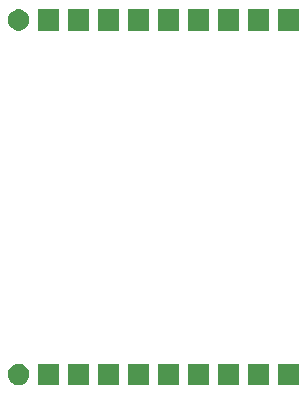
<source format=gbr>
G04 #@! TF.GenerationSoftware,KiCad,Pcbnew,(5.0.0-3-g5ebb6b6)*
G04 #@! TF.CreationDate,2019-03-01T00:57:23+03:00*
G04 #@! TF.ProjectId,mae,6D61652E6B696361645F706362000000,rev?*
G04 #@! TF.SameCoordinates,Original*
G04 #@! TF.FileFunction,Soldermask,Bot*
G04 #@! TF.FilePolarity,Negative*
%FSLAX46Y46*%
G04 Gerber Fmt 4.6, Leading zero omitted, Abs format (unit mm)*
G04 Created by KiCad (PCBNEW (5.0.0-3-g5ebb6b6)) date *
%MOMM*%
%LPD*%
G01*
G04 APERTURE LIST*
%ADD10C,0.100000*%
G04 APERTURE END LIST*
D10*
G36*
X120510000Y-154900000D02*
X118710000Y-154900000D01*
X118710000Y-153100000D01*
X120510000Y-153100000D01*
X120510000Y-154900000D01*
X120510000Y-154900000D01*
G37*
G36*
X117970000Y-154900000D02*
X116170000Y-154900000D01*
X116170000Y-153100000D01*
X117970000Y-153100000D01*
X117970000Y-154900000D01*
X117970000Y-154900000D01*
G37*
G36*
X115430000Y-154900000D02*
X113630000Y-154900000D01*
X113630000Y-153100000D01*
X115430000Y-153100000D01*
X115430000Y-154900000D01*
X115430000Y-154900000D01*
G37*
G36*
X112890000Y-154900000D02*
X111090000Y-154900000D01*
X111090000Y-153100000D01*
X112890000Y-153100000D01*
X112890000Y-154900000D01*
X112890000Y-154900000D01*
G37*
G36*
X110350000Y-154900000D02*
X108550000Y-154900000D01*
X108550000Y-153100000D01*
X110350000Y-153100000D01*
X110350000Y-154900000D01*
X110350000Y-154900000D01*
G37*
G36*
X107810000Y-154900000D02*
X106010000Y-154900000D01*
X106010000Y-153100000D01*
X107810000Y-153100000D01*
X107810000Y-154900000D01*
X107810000Y-154900000D01*
G37*
G36*
X105270000Y-154900000D02*
X103470000Y-154900000D01*
X103470000Y-153100000D01*
X105270000Y-153100000D01*
X105270000Y-154900000D01*
X105270000Y-154900000D01*
G37*
G36*
X102730000Y-154900000D02*
X100930000Y-154900000D01*
X100930000Y-153100000D01*
X102730000Y-153100000D01*
X102730000Y-154900000D01*
X102730000Y-154900000D01*
G37*
G36*
X100190000Y-154900000D02*
X98390000Y-154900000D01*
X98390000Y-153100000D01*
X100190000Y-153100000D01*
X100190000Y-154900000D01*
X100190000Y-154900000D01*
G37*
G36*
X97012521Y-153134586D02*
X97176309Y-153202429D01*
X97323720Y-153300926D01*
X97449074Y-153426280D01*
X97547571Y-153573691D01*
X97615414Y-153737479D01*
X97650000Y-153911356D01*
X97650000Y-154088644D01*
X97615414Y-154262521D01*
X97547571Y-154426309D01*
X97449074Y-154573720D01*
X97323720Y-154699074D01*
X97176309Y-154797571D01*
X97012521Y-154865414D01*
X96838644Y-154900000D01*
X96661356Y-154900000D01*
X96487479Y-154865414D01*
X96323691Y-154797571D01*
X96176280Y-154699074D01*
X96050926Y-154573720D01*
X95952429Y-154426309D01*
X95884586Y-154262521D01*
X95850000Y-154088644D01*
X95850000Y-153911356D01*
X95884586Y-153737479D01*
X95952429Y-153573691D01*
X96050926Y-153426280D01*
X96176280Y-153300926D01*
X96323691Y-153202429D01*
X96487479Y-153134586D01*
X96661356Y-153100000D01*
X96838644Y-153100000D01*
X97012521Y-153134586D01*
X97012521Y-153134586D01*
G37*
G36*
X97012521Y-123134586D02*
X97176309Y-123202429D01*
X97323720Y-123300926D01*
X97449074Y-123426280D01*
X97547571Y-123573691D01*
X97615414Y-123737479D01*
X97650000Y-123911356D01*
X97650000Y-124088644D01*
X97615414Y-124262521D01*
X97547571Y-124426309D01*
X97449074Y-124573720D01*
X97323720Y-124699074D01*
X97176309Y-124797571D01*
X97012521Y-124865414D01*
X96838644Y-124900000D01*
X96661356Y-124900000D01*
X96487479Y-124865414D01*
X96323691Y-124797571D01*
X96176280Y-124699074D01*
X96050926Y-124573720D01*
X95952429Y-124426309D01*
X95884586Y-124262521D01*
X95850000Y-124088644D01*
X95850000Y-123911356D01*
X95884586Y-123737479D01*
X95952429Y-123573691D01*
X96050926Y-123426280D01*
X96176280Y-123300926D01*
X96323691Y-123202429D01*
X96487479Y-123134586D01*
X96661356Y-123100000D01*
X96838644Y-123100000D01*
X97012521Y-123134586D01*
X97012521Y-123134586D01*
G37*
G36*
X117970000Y-124900000D02*
X116170000Y-124900000D01*
X116170000Y-123100000D01*
X117970000Y-123100000D01*
X117970000Y-124900000D01*
X117970000Y-124900000D01*
G37*
G36*
X115430000Y-124900000D02*
X113630000Y-124900000D01*
X113630000Y-123100000D01*
X115430000Y-123100000D01*
X115430000Y-124900000D01*
X115430000Y-124900000D01*
G37*
G36*
X112890000Y-124900000D02*
X111090000Y-124900000D01*
X111090000Y-123100000D01*
X112890000Y-123100000D01*
X112890000Y-124900000D01*
X112890000Y-124900000D01*
G37*
G36*
X110350000Y-124900000D02*
X108550000Y-124900000D01*
X108550000Y-123100000D01*
X110350000Y-123100000D01*
X110350000Y-124900000D01*
X110350000Y-124900000D01*
G37*
G36*
X107810000Y-124900000D02*
X106010000Y-124900000D01*
X106010000Y-123100000D01*
X107810000Y-123100000D01*
X107810000Y-124900000D01*
X107810000Y-124900000D01*
G37*
G36*
X105270000Y-124900000D02*
X103470000Y-124900000D01*
X103470000Y-123100000D01*
X105270000Y-123100000D01*
X105270000Y-124900000D01*
X105270000Y-124900000D01*
G37*
G36*
X102730000Y-124900000D02*
X100930000Y-124900000D01*
X100930000Y-123100000D01*
X102730000Y-123100000D01*
X102730000Y-124900000D01*
X102730000Y-124900000D01*
G37*
G36*
X100190000Y-124900000D02*
X98390000Y-124900000D01*
X98390000Y-123100000D01*
X100190000Y-123100000D01*
X100190000Y-124900000D01*
X100190000Y-124900000D01*
G37*
G36*
X120510000Y-124900000D02*
X118710000Y-124900000D01*
X118710000Y-123100000D01*
X120510000Y-123100000D01*
X120510000Y-124900000D01*
X120510000Y-124900000D01*
G37*
M02*

</source>
